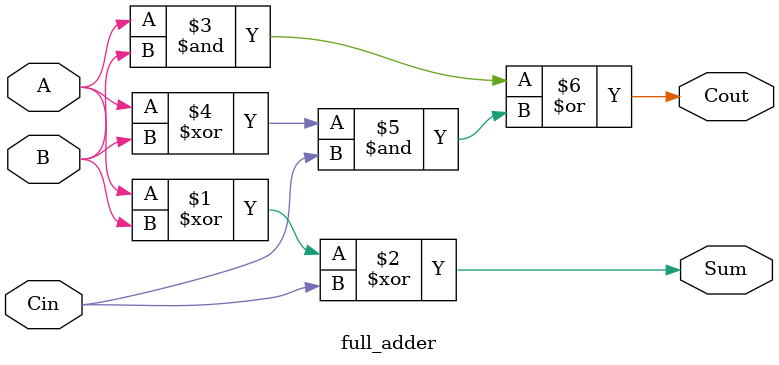
<source format=v>
`timescale 1ns / 1ps
module full_adder(
    input A, B, Cin,
    output Sum, Cout
);
    assign Sum=A^B^Cin;
    assign Cout=(A&B)|((A^B)&Cin);
endmodule

</source>
